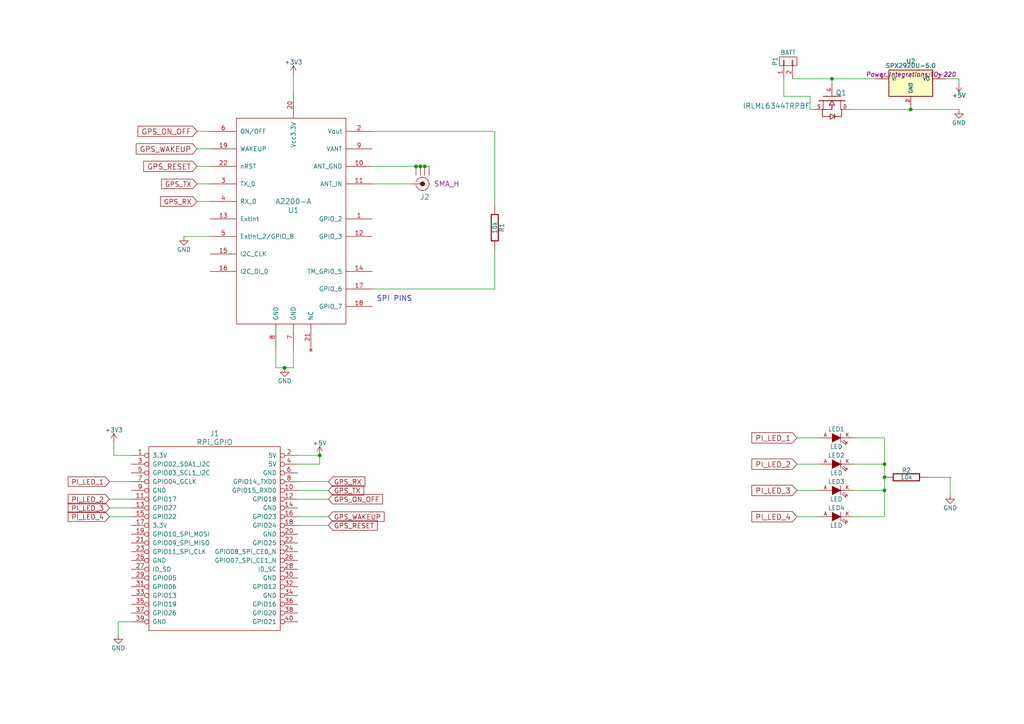
<source format=kicad_sch>
(kicad_sch (version 20230121) (generator eeschema)
  (paper "A4")
  (lib_symbols
    (symbol "Pi-Expansion-rescue:+3.3V" (power) (pin_names (offset 0))
      (property "Value" "+3.3V" (at 0 3.556 0))
      (symbol "+3.3V_0_1"
        (polyline (pts (xy -0.762 1.27) (xy 0 2.54)))
        (polyline (pts (xy 0 0) (xy 0 2.54)))
        (polyline (pts (xy 0 2.54) (xy 0.762 1.27)))
      )
      (symbol "+3.3V_1_1"
        (pin power_in line (at 0 0 90) (length 0) hide (name "+3V3") (number "1"))
      )
    )
    (symbol "Pi-Expansion-rescue:+5V" (power) (pin_names (offset 0))
      (property "Value" "+5V" (at 0 3.556 0))
      (symbol "+5V_0_1"
        (polyline (pts (xy -0.762 1.27) (xy 0 2.54)))
        (polyline (pts (xy 0 0) (xy 0 2.54)))
        (polyline (pts (xy 0 2.54) (xy 0.762 1.27)))
      )
      (symbol "+5V_1_1"
        (pin power_in line (at 0 0 90) (length 0) hide (name "+5V") (number "1"))
      )
    )
    (symbol "Pi-Expansion-rescue:A2200-A" (pin_names (offset 1.016))
      (property "Reference" "U" (at 0 2.54 0))
      (property "Value" "A2200-A" (at 0 5.08 0))
      (symbol "A2200-A_0_1"
        (rectangle (start -16.51 29.21) (end 15.24 -30.48))
      )
      (symbol "A2200-A_1_1"
        (pin bidirectional line (at 22.86 0 180) (length 7.62) (name "GPIO_2") (number "1"))
        (pin unspecified line (at 22.86 15.24 180) (length 7.62) (name "ANT_GND") (number "10"))
        (pin unspecified line (at 22.86 10.16 180) (length 7.62) (name "ANT_IN") (number "11"))
        (pin bidirectional line (at 22.86 -5.08 180) (length 7.62) (name "GPIO_3") (number "12"))
        (pin unspecified line (at -24.13 0 0) (length 7.62) (name "ExtInt") (number "13"))
        (pin bidirectional line (at 22.86 -15.24 180) (length 7.62) (name "TM_GPIO_5") (number "14"))
        (pin input line (at -24.13 -10.16 0) (length 7.62) (name "I2C_CLK") (number "15"))
        (pin input line (at -24.13 -15.24 0) (length 7.62) (name "I2C_DI_0") (number "16"))
        (pin bidirectional line (at 22.86 -20.32 180) (length 7.62) (name "GPIO_6") (number "17"))
        (pin bidirectional line (at 22.86 -25.4 180) (length 7.62) (name "GPIO_7") (number "18"))
        (pin input line (at -24.13 20.32 0) (length 7.62) (name "WAKEUP") (number "19"))
        (pin power_out line (at 22.86 25.4 180) (length 7.62) (name "Vout") (number "2"))
        (pin power_in line (at 0 36.83 270) (length 7.62) (name "Vcc3.3V") (number "20"))
        (pin no_connect line (at 5.08 -38.1 90) (length 7.62) (name "NC") (number "21"))
        (pin input line (at -24.13 15.24 0) (length 7.62) (name "nRST") (number "22"))
        (pin output line (at -24.13 10.16 0) (length 7.62) (name "TX_0") (number "3"))
        (pin input line (at -24.13 5.08 0) (length 7.62) (name "RX_0") (number "4"))
        (pin bidirectional line (at -24.13 -5.08 0) (length 7.62) (name "ExtInt_2/GPIO_8") (number "5"))
        (pin bidirectional line (at -24.13 25.4 0) (length 7.62) (name "ON/OFF") (number "6"))
        (pin passive line (at 0 -38.1 90) (length 7.62) (name "GND") (number "7"))
        (pin passive line (at -5.08 -38.1 90) (length 7.62) (name "GND") (number "8"))
        (pin unspecified line (at 22.86 20.32 180) (length 7.62) (name "VANT") (number "9"))
      )
    )
    (symbol "Pi-Expansion-rescue:CONN_01X02" (pin_names (offset 1.016) hide)
      (property "Reference" "P" (at 0 3.81 0))
      (property "Value" "CONN_01X02" (at 2.54 0 90))
      (symbol "CONN_01X02_0_1"
        (rectangle (start -1.27 -1.143) (end 0.254 -1.397))
        (rectangle (start -1.27 1.397) (end 0.254 1.143))
        (rectangle (start -1.27 2.54) (end 1.27 -2.54))
      )
      (symbol "CONN_01X02_1_1"
        (pin passive line (at -5.08 1.27 0) (length 3.81) (name "P1") (number "1"))
        (pin passive line (at -5.08 -1.27 0) (length 3.81) (name "P2") (number "2"))
      )
    )
    (symbol "Pi-Expansion-rescue:GND" (power) (pin_names (offset 0))
      (property "Value" "GND" (at 0 -3.81 0))
      (symbol "GND_0_1"
        (polyline (pts (xy 0 0) (xy 0 -1.27) (xy 1.27 -1.27) (xy 0 -2.54) (xy -1.27 -1.27) (xy 0 -1.27)))
      )
      (symbol "GND_1_1"
        (pin power_in line (at 0 0 270) (length 0) hide (name "GND") (number "1"))
      )
    )
    (symbol "Pi-Expansion-rescue:LED" (pin_names (offset 1.016) hide)
      (property "Reference" "LED" (at 0 2.54 0))
      (property "Value" "LED" (at 0 -2.54 0))
      (symbol "LED_0_1"
        (polyline (pts (xy 1.27 1.27) (xy 1.27 -1.27)))
        (polyline (pts (xy -1.27 1.27) (xy 1.27 0) (xy -1.27 -1.27)) (fill (type outline)))
        (polyline (pts (xy 1.651 -1.016) (xy 2.794 -2.032) (xy 2.667 -1.397)))
        (polyline (pts (xy 2.032 -0.635) (xy 3.175 -1.651) (xy 3.048 -1.016)))
      )
      (symbol "LED_1_1"
        (pin passive line (at -5.08 0 0) (length 3.81) (name "A") (number "A"))
        (pin passive line (at 5.08 0 180) (length 3.81) (name "K") (number "K"))
      )
    )
    (symbol "Pi-Expansion-rescue:MOSFET_N" (pin_names (offset 0) hide)
      (property "Reference" "Q" (at -2.286 4.318 0))
      (property "Value" "MOSFET_N" (at 1.524 -6.35 0))
      (symbol "MOSFET_N_0_1"
        (polyline (pts (xy -1.27 -2.54) (xy -1.27 2.54)) (stroke (width 0.2032)))
        (polyline (pts (xy 0 -3.81) (xy 0 3.81)) (stroke (width 0.254)))
        (polyline (pts (xy 1.27 0) (xy 2.54 0)) (stroke (width 0.2032)))
        (polyline (pts (xy 2.54 -2.54) (xy 0 -2.54)))
        (polyline (pts (xy 2.54 -2.54) (xy 2.54 0)) (stroke (width 0.2032)))
        (polyline (pts (xy 2.54 2.54) (xy 0 2.54)))
        (polyline (pts (xy 5.334 0.762) (xy 3.81 0.762)) (stroke (width 0.2032)))
        (polyline (pts (xy 2.54 -2.794) (xy 4.572 -2.794) (xy 4.572 -0.508)) (stroke (width 0.2032)))
        (polyline (pts (xy 4.572 0.762) (xy 4.572 2.794) (xy 2.54 2.794)) (stroke (width 0.2032)))
        (polyline (pts (xy 1.27 0.762) (xy 1.27 -0.762) (xy 0 0) (xy 1.27 0.762) (xy 1.27 0.762)) (stroke (width 0.2032)))
        (polyline (pts (xy 5.334 -0.508) (xy 3.81 -0.508) (xy 4.572 0.762) (xy 5.334 -0.508) (xy 5.334 -0.508)) (stroke (width 0.2032)))
      )
      (symbol "MOSFET_N_1_1"
        (pin passive line (at 2.54 5.08 270) (length 2.54) (name "D") (number "D"))
        (pin input line (at -5.08 0 0) (length 3.81) (name "G") (number "G"))
        (pin passive line (at 2.54 -5.08 90) (length 2.54) (name "S") (number "S"))
      )
    )
    (symbol "Pi-Expansion-rescue:R" (pin_numbers hide) (pin_names (offset 0) hide)
      (property "Reference" "R" (at 2.032 0 90))
      (property "Value" "R" (at 0 0 90))
      (symbol "R_0_1"
        (rectangle (start -1.016 3.81) (end 1.016 -3.81) (stroke (width 0.3048)))
      )
      (symbol "R_1_1"
        (pin passive line (at 0 6.35 270) (length 2.54) (name "1") (number "1"))
        (pin passive line (at 0 -6.35 90) (length 2.54) (name "2") (number "2"))
      )
    )
    (symbol "Pi-Expansion-rescue:RPi_GPIO" (pin_names (offset 1.016))
      (property "Reference" "J" (at 19.05 6.35 0))
      (property "Value" "RPi_GPIO" (at 19.05 3.81 0))
      (symbol "RPi_GPIO_0_1"
        (rectangle (start 0 2.54) (end 38.1 -50.8))
      )
      (symbol "RPi_GPIO_1_1"
        (pin power_in inverted (at -5.08 0 0) (length 5.08) (name "3.3V") (number "1"))
        (pin bidirectional inverted (at 43.18 -10.16 180) (length 5.08) (name "GPIO15_RXD0") (number "10"))
        (pin bidirectional inverted (at -5.08 -12.7 0) (length 5.08) (name "GPIO17") (number "11"))
        (pin bidirectional inverted (at 43.18 -12.7 180) (length 5.08) (name "GPIO18") (number "12"))
        (pin bidirectional inverted (at -5.08 -15.24 0) (length 5.08) (name "GPIO27") (number "13"))
        (pin power_in inverted (at 43.18 -15.24 180) (length 5.08) (name "GND") (number "14"))
        (pin bidirectional inverted (at -5.08 -17.78 0) (length 5.08) (name "GPIO22") (number "15"))
        (pin bidirectional inverted (at 43.18 -17.78 180) (length 5.08) (name "GPIO23") (number "16"))
        (pin power_in inverted (at -5.08 -20.32 0) (length 5.08) (name "3.3V") (number "17"))
        (pin bidirectional inverted (at 43.18 -20.32 180) (length 5.08) (name "GPIO24") (number "18"))
        (pin bidirectional inverted (at -5.08 -22.86 0) (length 5.08) (name "GPIO10_SPI_MOSI") (number "19"))
        (pin power_in inverted (at 43.18 0 180) (length 5.08) (name "5V") (number "2"))
        (pin power_in inverted (at 43.18 -22.86 180) (length 5.08) (name "GND") (number "20"))
        (pin bidirectional inverted (at -5.08 -25.4 0) (length 5.08) (name "GPIO09_SPI_MISO") (number "21"))
        (pin bidirectional inverted (at 43.18 -25.4 180) (length 5.08) (name "GPIO25") (number "22"))
        (pin bidirectional inverted (at -5.08 -27.94 0) (length 5.08) (name "GPIO11_SPI_CLK") (number "23"))
        (pin bidirectional inverted (at 43.18 -27.94 180) (length 5.08) (name "GPIO08_SPI_CE0_N") (number "24"))
        (pin power_in inverted (at -5.08 -30.48 0) (length 5.08) (name "GND") (number "25"))
        (pin bidirectional inverted (at 43.18 -30.48 180) (length 5.08) (name "GPIO07_SPI_CE1_N") (number "26"))
        (pin bidirectional inverted (at -5.08 -33.02 0) (length 5.08) (name "ID_SD") (number "27"))
        (pin bidirectional inverted (at 43.18 -33.02 180) (length 5.08) (name "ID_SC") (number "28"))
        (pin bidirectional inverted (at -5.08 -35.56 0) (length 5.08) (name "GPIO05") (number "29"))
        (pin bidirectional inverted (at -5.08 -2.54 0) (length 5.08) (name "GPIO02_SDA1_I2C") (number "3"))
        (pin power_in inverted (at 43.18 -35.56 180) (length 5.08) (name "GND") (number "30"))
        (pin bidirectional inverted (at -5.08 -38.1 0) (length 5.08) (name "GPIO06") (number "31"))
        (pin bidirectional inverted (at 43.18 -38.1 180) (length 5.08) (name "GPIO12") (number "32"))
        (pin bidirectional inverted (at -5.08 -40.64 0) (length 5.08) (name "GPIO13") (number "33"))
        (pin power_in inverted (at 43.18 -40.64 180) (length 5.08) (name "GND") (number "34"))
        (pin bidirectional inverted (at -5.08 -43.18 0) (length 5.08) (name "GPIO19") (number "35"))
        (pin bidirectional inverted (at 43.18 -43.18 180) (length 5.08) (name "GPIO16") (number "36"))
        (pin bidirectional inverted (at -5.08 -45.72 0) (length 5.08) (name "GPIO26") (number "37"))
        (pin bidirectional inverted (at 43.18 -45.72 180) (length 5.08) (name "GPIO20") (number "38"))
        (pin power_in inverted (at -5.08 -48.26 0) (length 5.08) (name "GND") (number "39"))
        (pin power_in inverted (at 43.18 -2.54 180) (length 5.08) (name "5V") (number "4"))
        (pin bidirectional inverted (at 43.18 -48.26 180) (length 5.08) (name "GPIO21") (number "40"))
        (pin bidirectional inverted (at -5.08 -5.08 0) (length 5.08) (name "GPIO03_SCL1_I2C") (number "5"))
        (pin power_in inverted (at 43.18 -5.08 180) (length 5.08) (name "GND") (number "6"))
        (pin bidirectional inverted (at -5.08 -7.62 0) (length 5.08) (name "GPIO04_GCLK") (number "7"))
        (pin bidirectional inverted (at 43.18 -7.62 180) (length 5.08) (name "GPIO14_TXD0") (number "8"))
        (pin power_in inverted (at -5.08 -10.16 0) (length 5.08) (name "GND") (number "9"))
      )
    )
    (symbol "Pi-Expansion-rescue:SMA_H" (pin_numbers hide) (pin_names (offset 1.016) hide)
      (property "Reference" "J" (at 0 11.43 0))
      (property "Component Value" "SMA_H" (at 6.35 7.62 0))
      (symbol "SMA_H_0_1"
        (arc (start -2.54 7.112) (mid -1.8259 6.0889) (end -0.635 5.715))
        (arc (start -0.635 5.715) (mid 1.2617 7.62) (end -0.635 9.525))
        (circle (center -0.635 7.62) (radius 0.635) (fill (type outline)))
        (arc (start -0.635 9.525) (mid -1.8486 9.09) (end -2.54 8.001))
      )
      (symbol "SMA_H_1_1"
        (pin passive line (at -3.81 7.62 0) (length 2.54) (name "RF") (number "1"))
        (pin passive line (at -2.54 2.54 90) (length 2.54) (name "GND1") (number "2"))
        (pin passive line (at -1.27 2.54 90) (length 2.54) (name "GND2") (number "3"))
        (pin passive line (at 0 2.54 90) (length 2.54) (name "GND3") (number "4"))
        (pin passive line (at 1.27 2.54 90) (length 2.54) (name "GND4") (number "5"))
      )
    )
    (symbol "Pi-Expansion-rescue:SPX2920U-5.0" (pin_names (offset 0.762))
      (property "Reference" "U" (at 0 6.35 0))
      (property "Value" "SPX2920U-5.0" (at 0 5.08 0))
      (property "Footprint" "TO-220" (at 0 2.54 0))
      (symbol "SPX2920U-5.0_0_1"
        (rectangle (start -6.35 -3.81) (end 6.35 3.81) (stroke (width 0.254)) (fill (type background)))
      )
      (symbol "SPX2920U-5.0_1_1"
        (pin power_in line (at -10.16 1.27 0) (length 3.81) (name "VI") (number "1"))
        (pin power_in line (at 0 -6.35 90) (length 2.54) (name "GND") (number "2"))
        (pin power_out line (at 10.16 1.27 180) (length 3.81) (name "VO") (number "3"))
      )
    )
  )
  (junction (at 256.54 134.62))
  (junction (at 264.16 31.75))
  (junction (at 241.3 22.86))
  (junction (at 256.54 138.43))
  (junction (at 123.19 48.26))
  (junction (at 120.65 48.26))
  (junction (at 82.55 106.68))
  (junction (at 256.54 142.24))
  (junction (at 121.92 48.26))
  (junction (at 92.71 132.08))
  (wire (pts (xy 86.36 142.24) (xy 95.25 142.24)))
  (wire (pts (xy 33.02 128.27) (xy 33.02 132.08)))
  (wire (pts (xy 269.24 138.43) (xy 275.59 138.43)))
  (wire (pts (xy 86.36 152.4) (xy 95.25 152.4)))
  (wire (pts (xy 120.65 48.26) (xy 121.92 48.26)))
  (wire (pts (xy 231.14 127) (xy 237.49 127)))
  (wire (pts (xy 86.36 134.62) (xy 92.71 134.62)))
  (wire (pts (xy 274.32 22.86) (xy 278.13 22.86)))
  (wire (pts (xy 247.65 134.62) (xy 256.54 134.62)))
  (wire (pts (xy 241.3 24.13) (xy 241.3 22.86)))
  (wire (pts (xy 229.87 22.86) (xy 241.3 22.86)))
  (wire (pts (xy 60.96 58.42) (xy 57.15 58.42)))
  (wire (pts (xy 80.01 106.68) (xy 82.55 106.68)))
  (wire (pts (xy 231.14 142.24) (xy 237.49 142.24)))
  (wire (pts (xy 60.96 43.18) (xy 57.15 43.18)))
  (wire (pts (xy 107.95 38.1) (xy 143.51 38.1)))
  (wire (pts (xy 231.14 149.86) (xy 237.49 149.86)))
  (wire (pts (xy 107.95 48.26) (xy 120.65 48.26)))
  (wire (pts (xy 33.02 132.08) (xy 38.1 132.08)))
  (wire (pts (xy 256.54 134.62) (xy 256.54 138.43)))
  (wire (pts (xy 92.71 134.62) (xy 92.71 132.08)))
  (wire (pts (xy 31.75 149.86) (xy 38.1 149.86)))
  (wire (pts (xy 256.54 127) (xy 256.54 134.62)))
  (wire (pts (xy 143.51 83.82) (xy 143.51 72.39)))
  (wire (pts (xy 107.95 83.82) (xy 143.51 83.82)))
  (wire (pts (xy 278.13 22.86) (xy 278.13 24.13)))
  (wire (pts (xy 143.51 38.1) (xy 143.51 59.69)))
  (wire (pts (xy 34.29 184.15) (xy 34.29 180.34)))
  (wire (pts (xy 85.09 106.68) (xy 85.09 101.6)))
  (wire (pts (xy 264.16 31.75) (xy 278.13 31.75)))
  (wire (pts (xy 275.59 138.43) (xy 275.59 143.51)))
  (wire (pts (xy 241.3 22.86) (xy 254 22.86)))
  (wire (pts (xy 234.95 27.94) (xy 227.33 27.94)))
  (wire (pts (xy 256.54 138.43) (xy 256.54 142.24)))
  (wire (pts (xy 57.15 38.1) (xy 60.96 38.1)))
  (wire (pts (xy 227.33 27.94) (xy 227.33 22.86)))
  (wire (pts (xy 121.92 48.26) (xy 123.19 48.26)))
  (wire (pts (xy 57.15 53.34) (xy 60.96 53.34)))
  (wire (pts (xy 31.75 147.32) (xy 38.1 147.32)))
  (wire (pts (xy 86.36 139.7) (xy 95.25 139.7)))
  (wire (pts (xy 60.96 48.26) (xy 57.15 48.26)))
  (wire (pts (xy 246.38 31.75) (xy 264.16 31.75)))
  (wire (pts (xy 247.65 142.24) (xy 256.54 142.24)))
  (wire (pts (xy 86.36 132.08) (xy 92.71 132.08)))
  (wire (pts (xy 234.95 31.75) (xy 234.95 27.94)))
  (wire (pts (xy 86.36 144.78) (xy 95.25 144.78)))
  (wire (pts (xy 264.16 31.75) (xy 264.16 30.48)))
  (wire (pts (xy 31.75 144.78) (xy 38.1 144.78)))
  (wire (pts (xy 256.54 149.86) (xy 247.65 149.86)))
  (wire (pts (xy 85.09 26.67) (xy 85.09 21.59)))
  (wire (pts (xy 236.22 31.75) (xy 234.95 31.75)))
  (wire (pts (xy 119.38 53.34) (xy 107.95 53.34)))
  (wire (pts (xy 86.36 149.86) (xy 95.25 149.86)))
  (wire (pts (xy 31.75 139.7) (xy 38.1 139.7)))
  (wire (pts (xy 256.54 142.24) (xy 256.54 149.86)))
  (wire (pts (xy 80.01 101.6) (xy 80.01 106.68)))
  (wire (pts (xy 256.54 127) (xy 247.65 127)))
  (wire (pts (xy 82.55 106.68) (xy 85.09 106.68)))
  (wire (pts (xy 231.14 134.62) (xy 237.49 134.62)))
  (wire (pts (xy 123.19 48.26) (xy 124.46 48.26)))
  (wire (pts (xy 34.29 180.34) (xy 38.1 180.34)))
  (wire (pts (xy 53.34 68.58) (xy 60.96 68.58)))
  (text "SPI PINS" (at 109.22 87.63 0) (effects (font (size 1.524 1.524)) (justify left bottom)))
  (global_label "GPS_WAKEUP" (shape input) (at 95.25 149.86 0) (effects (font (size 1.397 1.397))) (property "Intersheetrefs" "${INTERSHEET_REFS}" (effects hide)))
  (global_label "PI_LED_1" (shape input) (at 31.75 139.7 180) (effects (font (size 1.397 1.397))) (property "Intersheetrefs" "${INTERSHEET_REFS}" (effects hide)))
  (global_label "PI_LED_3" (shape input) (at 31.75 147.32 180) (effects (font (size 1.397 1.397))) (property "Intersheetrefs" "${INTERSHEET_REFS}" (effects hide)))
  (global_label "PI_LED_2" (shape input) (at 31.75 144.78 180) (effects (font (size 1.397 1.397))) (property "Intersheetrefs" "${INTERSHEET_REFS}" (effects hide)))
  (global_label "PI_LED_3" (shape input) (at 231.14 142.24 180) (effects (font (size 1.524 1.524))) (property "Intersheetrefs" "${INTERSHEET_REFS}" (effects hide)))
  (global_label "GPS_RESET" (shape input) (at 57.15 48.26 180) (effects (font (size 1.524 1.524))) (property "Intersheetrefs" "${INTERSHEET_REFS}" (effects hide)))
  (global_label "GPS_WAKEUP" (shape input) (at 57.15 43.18 180) (effects (font (size 1.524 1.524))) (property "Intersheetrefs" "${INTERSHEET_REFS}" (effects hide)))
  (global_label "PI_LED_1" (shape input) (at 231.14 127 180) (effects (font (size 1.524 1.524))) (property "Intersheetrefs" "${INTERSHEET_REFS}" (effects hide)))
  (global_label "PI_LED_4" (shape input) (at 31.75 149.86 180) (effects (font (size 1.397 1.397))) (property "Intersheetrefs" "${INTERSHEET_REFS}" (effects hide)))
  (global_label "GPS_ON_OFF" (shape input) (at 95.25 144.78 0) (effects (font (size 1.397 1.397))) (property "Intersheetrefs" "${INTERSHEET_REFS}" (effects hide)))
  (global_label "GPS_ON_OFF" (shape input) (at 57.15 38.1 180) (effects (font (size 1.524 1.524))) (property "Intersheetrefs" "${INTERSHEET_REFS}" (effects hide)))
  (global_label "GPS_RESET" (shape input) (at 95.25 152.4 0) (effects (font (size 1.397 1.397))) (property "Intersheetrefs" "${INTERSHEET_REFS}" (effects hide)))
  (global_label "GPS_TX" (shape input) (at 57.15 53.34 180) (effects (font (size 1.397 1.397))) (property "Intersheetrefs" "${INTERSHEET_REFS}" (effects hide)))
  (global_label "GPS_RX" (shape input) (at 95.25 139.7 0) (effects (font (size 1.397 1.397))) (property "Intersheetrefs" "${INTERSHEET_REFS}" (effects hide)))
  (global_label "PI_LED_4" (shape input) (at 231.14 149.86 180) (effects (font (size 1.524 1.524))) (property "Intersheetrefs" "${INTERSHEET_REFS}" (effects hide)))
  (global_label "PI_LED_2" (shape input) (at 231.14 134.62 180) (effects (font (size 1.524 1.524))) (property "Intersheetrefs" "${INTERSHEET_REFS}" (effects hide)))
  (global_label "GPS_RX" (shape input) (at 57.15 58.42 180) (effects (font (size 1.397 1.397))) (property "Intersheetrefs" "${INTERSHEET_REFS}" (effects hide)))
  (global_label "GPS_TX" (shape input) (at 95.25 142.24 0) (effects (font (size 1.397 1.397))) (property "Intersheetrefs" "${INTERSHEET_REFS}" (effects hide)))
  (symbol (lib_id "Pi-Expansion-rescue:A2200-A") (at 85.09 63.5 0) (unit 1)
    (property "Reference" "U1" (at 85.09 60.96 0) (effects (font (size 1.524 1.524))))
    (property "Value" "A2200-A" (at 85.09 58.42 0) (effects (font (size 1.524 1.524))))
    (property "Footprint" "A2200-A:A2200-A" (effects hide))
  )
  (symbol (lib_id "Pi-Expansion-rescue:RPi_GPIO") (at 43.18 132.08 0) (unit 1)
    (property "Reference" "J1" (at 62.23 125.73 0) (effects (font (size 1.524 1.524))))
    (property "Value" "RPi_GPIO" (at 62.23 128.27 0) (effects (font (size 1.524 1.524))))
    (property "Footprint" "Pin_Headers:Pin_Header_Straight_2x20" (effects hide))
  )
  (symbol (lib_id "Pi-Expansion-rescue:SMA_H") (at 123.19 45.72 0) (mirror x) (unit 1)
    (property "Reference" "J2" (at 123.19 57.15 0) (effects (font (size 1.524 1.524))))
    (property "Value" "SMA_H" (effects hide))
    (property "Footprint" "Universal:SMA_H" (effects hide))
    (property "Vendor" "Digi-Key" (effects hide))
    (property "Vendor Part Number" "J629-ND" (effects hide))
    (property "Manufacturer" "Emerson Network Power Connectivity Johnson" (effects hide))
    (property "Manufacturer Part Number" "142-0711-821" (effects hide))
    (property "Description" "CONN, SMA, JACK, 50 OHM, EDGE MNT," (effects hide))
    (property "Component Value" "SMA_H" (at 129.54 53.34 0) (effects (font (size 1.524 1.524))))
  )
  (symbol (lib_id "Pi-Expansion-rescue:LED") (at 242.57 127 0) (unit 1)
    (property "Reference" "LED1" (at 242.57 124.46 0))
    (property "Value" "LED" (at 242.57 129.54 0))
    (property "Footprint" "FT:LED-1206" (effects hide))
  )
  (symbol (lib_id "Pi-Expansion-rescue:LED") (at 242.57 134.62 0) (unit 1)
    (property "Reference" "LED2" (at 242.57 132.08 0))
    (property "Value" "LED" (at 242.57 137.16 0))
    (property "Footprint" "FT:LED-1206" (effects hide))
  )
  (symbol (lib_id "Pi-Expansion-rescue:LED") (at 242.57 142.24 0) (unit 1)
    (property "Reference" "LED3" (at 242.57 139.7 0))
    (property "Value" "LED" (at 242.57 144.78 0))
    (property "Footprint" "FT:LED-1206" (effects hide))
  )
  (symbol (lib_id "Pi-Expansion-rescue:LED") (at 242.57 149.86 0) (unit 1)
    (property "Reference" "LED4" (at 242.57 147.32 0))
    (property "Value" "LED" (at 242.57 152.4 0))
    (property "Footprint" "FT:LED-1206" (effects hide))
  )
  (symbol (lib_id "Pi-Expansion-rescue:GND") (at 275.59 143.51 0) (unit 1)
    (property "Reference" "#PWR01" (effects hide))
    (property "Value" "GND" (at 275.59 147.32 0))
  )
  (symbol (lib_id "Pi-Expansion-rescue:R") (at 262.89 138.43 90) (unit 1)
    (property "Reference" "R2" (at 262.89 136.398 90))
    (property "Value" "10k" (at 262.89 138.43 90))
    (property "Footprint" "FT:1206" (effects hide))
  )
  (symbol (lib_id "Pi-Expansion-rescue:GND") (at 34.29 184.15 0) (unit 1)
    (property "Reference" "#PWR02" (effects hide))
    (property "Value" "GND" (at 34.29 187.96 0))
  )
  (symbol (lib_id "Pi-Expansion-rescue:GND") (at 82.55 106.68 0) (unit 1)
    (property "Reference" "#PWR03" (effects hide))
    (property "Value" "GND" (at 82.55 110.49 0))
  )
  (symbol (lib_id "Pi-Expansion-rescue:+3.3V") (at 85.09 21.59 0) (unit 1)
    (property "Reference" "#PWR04" (effects hide))
    (property "Value" "+3.3V" (at 85.09 18.034 0))
  )
  (symbol (lib_id "Pi-Expansion-rescue:GND") (at 53.34 68.58 0) (unit 1)
    (property "Reference" "#PWR05" (effects hide))
    (property "Value" "GND" (at 53.34 72.39 0))
  )
  (symbol (lib_id "Pi-Expansion-rescue:R") (at 143.51 66.04 0) (unit 1)
    (property "Reference" "R1" (at 145.542 66.04 90))
    (property "Value" "10k" (at 143.51 66.04 90))
    (property "Footprint" "FT:1206" (effects hide))
  )
  (symbol (lib_id "Pi-Expansion-rescue:MOSFET_N") (at 241.3 29.21 270) (unit 1)
    (property "Reference" "Q1" (at 245.618 26.924 90) (effects (font (size 1.524 1.524)) (justify right)))
    (property "Value" "IRLML6344TRPBF" (at 234.95 30.734 90) (effects (font (size 1.524 1.524)) (justify right)))
    (property "Footprint" "FT:SOT23_FET" (effects hide))
  )
  (symbol (lib_id "Pi-Expansion-rescue:SPX2920U-5.0") (at 264.16 24.13 0) (unit 1)
    (property "Reference" "U2" (at 264.16 17.78 0))
    (property "Value" "SPX2920U-5.0" (at 264.16 19.05 0))
    (property "Footprint" "Power_Integrations:TO-220" (at 264.16 21.59 0) (effects (font italic)))
  )
  (symbol (lib_id "Pi-Expansion-rescue:CONN_01X02") (at 228.6 17.78 90) (unit 1)
    (property "Reference" "P1" (at 224.79 17.78 0))
    (property "Value" "BATT" (at 228.6 15.24 90))
    (property "Footprint" "Sockets_MOLEX_KK-System:Socket_MOLEX-KK-RM2-54mm_Lock_2pin_straight" (effects hide))
  )
  (symbol (lib_id "Pi-Expansion-rescue:+5V") (at 278.13 24.13 180) (unit 1)
    (property "Reference" "#PWR06" (effects hide))
    (property "Value" "+5V" (at 278.13 27.686 0))
  )
  (symbol (lib_id "Pi-Expansion-rescue:+5V") (at 92.71 132.08 0) (unit 1)
    (property "Reference" "#PWR07" (effects hide))
    (property "Value" "+5V" (at 92.71 128.524 0))
  )
  (symbol (lib_id "Pi-Expansion-rescue:+3.3V") (at 33.02 128.27 0) (unit 1)
    (property "Reference" "#PWR08" (effects hide))
    (property "Value" "+3.3V" (at 33.02 124.714 0))
  )
  (symbol (lib_id "Pi-Expansion-rescue:GND") (at 278.13 31.75 0) (unit 1)
    (property "Reference" "#PWR09" (effects hide))
    (property "Value" "GND" (at 278.13 35.56 0))
  )
)
</source>
